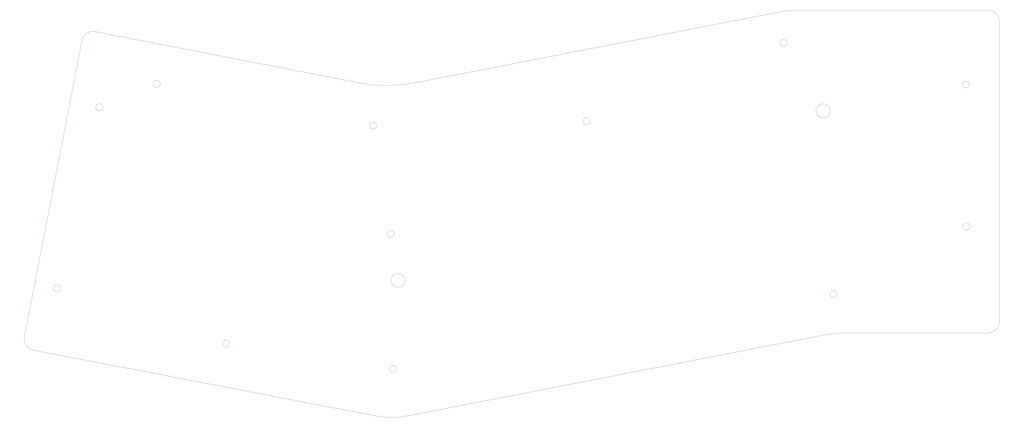
<source format=gbr>
%TF.GenerationSoftware,KiCad,Pcbnew,8.0.4*%
%TF.CreationDate,2024-08-17T15:03:33+09:00*%
%TF.ProjectId,ttaelgam,74746165-6c67-4616-9d2e-6b696361645f,rev?*%
%TF.SameCoordinates,Original*%
%TF.FileFunction,Other,ECO1*%
%FSLAX46Y46*%
G04 Gerber Fmt 4.6, Leading zero omitted, Abs format (unit mm)*
G04 Created by KiCad (PCBNEW 8.0.4) date 2024-08-17 15:03:33*
%MOMM*%
%LPD*%
G01*
G04 APERTURE LIST*
%TA.AperFunction,Profile*%
%ADD10C,0.050000*%
%TD*%
G04 APERTURE END LIST*
D10*
X518209740Y-265496311D02*
X518209740Y-266896311D01*
X259609740Y-229496311D02*
G75*
G02*
X256609740Y-229496311I-1500000J0D01*
G01*
X256609740Y-229496311D02*
G75*
G02*
X259609740Y-229496311I1500000J0D01*
G01*
X265437832Y-307329325D02*
G75*
G02*
X251379039Y-307342807I-7064232J36319425D01*
G01*
X135009740Y-175196311D02*
G75*
G02*
X132009740Y-175196311I-1500000J0D01*
G01*
X132009740Y-175196311D02*
G75*
G02*
X135009740Y-175196311I1500000J0D01*
G01*
X126058534Y-146810875D02*
G75*
G02*
X131923193Y-142853234I4908866J-950125D01*
G01*
X518209740Y-141696311D02*
X518209740Y-265496311D01*
X513209740Y-133696311D02*
G75*
G02*
X518209689Y-138696311I-40J-4999989D01*
G01*
X108809740Y-279896311D02*
X105509757Y-279252412D01*
X268442894Y-164756920D02*
G75*
G02*
X244377335Y-164753073I-12022894J61842120D01*
G01*
X448709740Y-255196311D02*
G75*
G02*
X445709740Y-255196311I-1500000J0D01*
G01*
X445709740Y-255196311D02*
G75*
G02*
X448709740Y-255196311I1500000J0D01*
G01*
X159609740Y-165196311D02*
G75*
G02*
X156609740Y-165196311I-1500000J0D01*
G01*
X156609740Y-165196311D02*
G75*
G02*
X159609740Y-165196311I1500000J0D01*
G01*
X441651426Y-273055222D02*
X265437832Y-307329325D01*
X431773007Y-133696311D02*
X513209740Y-133696311D01*
X424711961Y-134376322D02*
X268442894Y-164756920D01*
X424711961Y-134376322D02*
G75*
G02*
X431773007Y-133696313I7061039J-36319978D01*
G01*
X518209740Y-266896311D02*
G75*
G02*
X513209740Y-271896340I-5000040J11D01*
G01*
X505609740Y-226296311D02*
G75*
G02*
X502609740Y-226296311I-1500000J0D01*
G01*
X502609740Y-226296311D02*
G75*
G02*
X505609740Y-226296311I1500000J0D01*
G01*
X101558410Y-273394850D02*
X126058534Y-146810875D01*
X513209740Y-271896311D02*
X511809740Y-271896311D01*
X505309740Y-165496311D02*
G75*
G02*
X502309740Y-165496311I-1500000J0D01*
G01*
X502309740Y-165496311D02*
G75*
G02*
X505309740Y-165496311I1500000J0D01*
G01*
X117009740Y-252796311D02*
G75*
G02*
X114009740Y-252796311I-1500000J0D01*
G01*
X114009740Y-252796311D02*
G75*
G02*
X117009740Y-252796311I1500000J0D01*
G01*
X518209740Y-141696311D02*
X518209740Y-138696311D01*
X252009740Y-183096311D02*
G75*
G02*
X249009740Y-183096311I-1500000J0D01*
G01*
X249009740Y-183096311D02*
G75*
G02*
X252009740Y-183096311I1500000J0D01*
G01*
X445809740Y-176796311D02*
G75*
G02*
X439809740Y-176796311I-3000000J0D01*
G01*
X439809740Y-176796311D02*
G75*
G02*
X445809740Y-176796311I3000000J0D01*
G01*
X260509740Y-287396311D02*
G75*
G02*
X257509740Y-287396311I-1500000J0D01*
G01*
X257509740Y-287396311D02*
G75*
G02*
X260509740Y-287396311I1500000J0D01*
G01*
X105509757Y-279252412D02*
G75*
G02*
X101558450Y-273394858I957543J4907412D01*
G01*
X189209740Y-276396311D02*
G75*
G02*
X186209740Y-276396311I-1500000J0D01*
G01*
X186209740Y-276396311D02*
G75*
G02*
X189209740Y-276396311I1500000J0D01*
G01*
X264150828Y-249396311D02*
G75*
G02*
X258268652Y-249396311I-2941088J0D01*
G01*
X258268652Y-249396311D02*
G75*
G02*
X264150828Y-249396311I2941088J0D01*
G01*
X343309740Y-181196311D02*
G75*
G02*
X340309740Y-181196311I-1500000J0D01*
G01*
X340309740Y-181196311D02*
G75*
G02*
X343309740Y-181196311I1500000J0D01*
G01*
X441651426Y-273055222D02*
G75*
G02*
X453679714Y-271896313I12028274J-61841078D01*
G01*
X427409740Y-147696311D02*
G75*
G02*
X424409740Y-147696311I-1500000J0D01*
G01*
X424409740Y-147696311D02*
G75*
G02*
X427409740Y-147696311I1500000J0D01*
G01*
X244377337Y-164753061D02*
X131923203Y-142853183D01*
X251379039Y-307342807D02*
X108809740Y-279896311D01*
X511809740Y-271896311D02*
X453679714Y-271896311D01*
M02*

</source>
